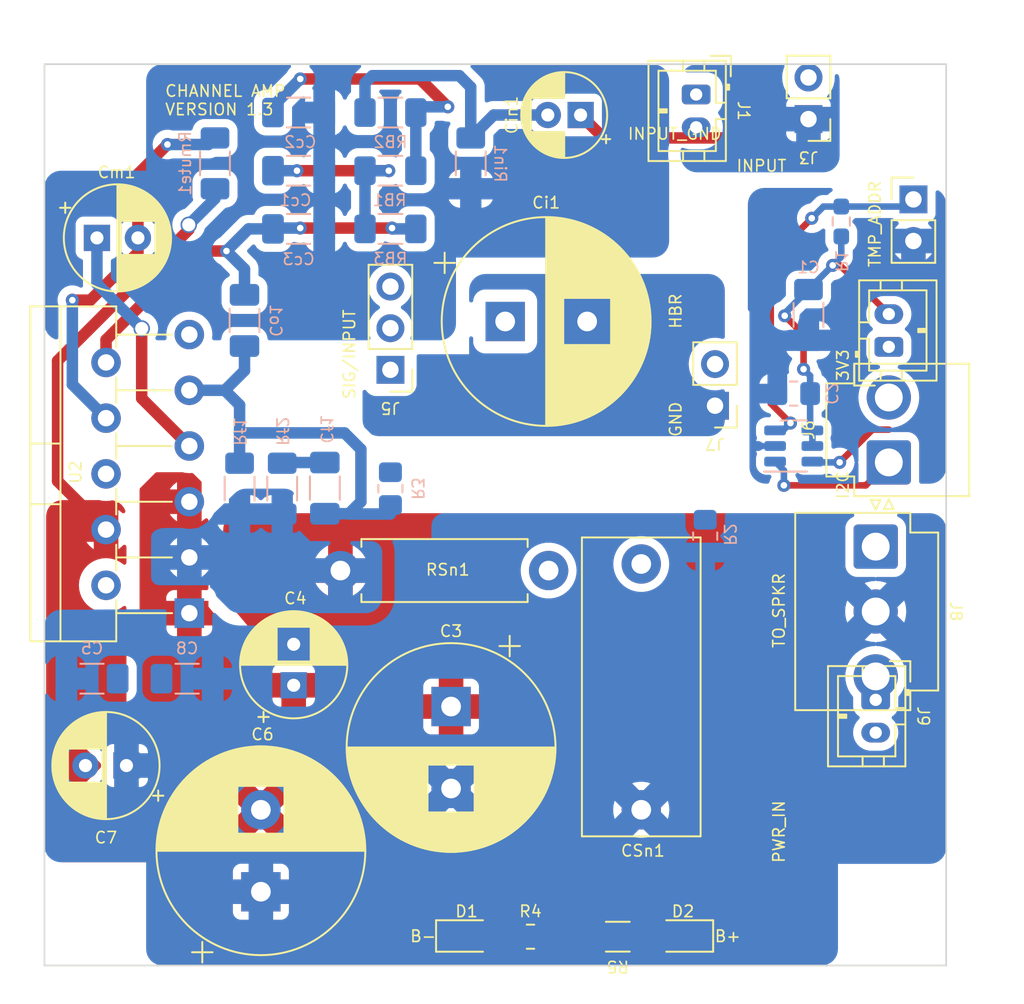
<source format=kicad_pcb>
(kicad_pcb (version 20221018) (generator pcbnew)
  (layers (0 "F.Cu" signal) (31 "B.Cu" signal) (34 "B.Paste" user) (35 "F.Paste" user) (36 "B.SilkS" user "B.Silkscreen") (37 "F.SilkS" user "F.Silkscreen") (38 "B.Mask" user) (39 "F.Mask" user) (44 "Edge.Cuts" user))
  (net 0 "")
  (net 1 "Net-(U2-+)")
  (net 2 "Net-(Cf1-Pad1)")
  (net 3 "CH1-IN")
  (net 4 "Net-(Ci1-Pad1)")
  (net 5 "VP")
  (net 6 "VM")
  (net 7 "CH1-OUT")
  (net 8 "INPUTGND")
  (net 9 "PGND")
  (net 10 "Net-(U2-MUTE)")
  (net 11 "Net-(CSn1-Pad2)")
  (net 12 "Net-(D1-A)")
  (net 13 "Net-(D2-A)")
  (net 14 "Net-(Cin1-Pad2)")
  (net 15 "DGND")
  (net 16 "3V3")
  (net 17 "ADD1")
  (net 18 "SIGGND")
  (net 19 "SCL")
  (net 20 "SDA")
  (net 24 "CH1GND")
  (net 25 "OPAMP_NEG")
  (net 26 "Net-(Cc2-Pad1)")
  (net 27 "Net-(Cc1-Pad1)")
  (net 28 "Net-(J5-Pin_3)")
  (footprint "Resistor_SMD:R_1206_3216Metric_Pad1.30x1.75mm_HandSolder" (layer "F.Cu") (at 111.27 130.695 180)
    (fp_text reference "R5" (at 0 -1.82 180 unlocked) (layer "F.SilkS") (effects (font (size 0.7 0.7) (thickness 0.1))))
    (fp_text value "1.0K")
    (pad "1" smd roundrect (at -1.55 0 180) (size 1.3 1.75) (layers "F.Cu" "F.Paste" "F.Mask") (roundrect_rratio 0.192308) (net 25 "OPAMP_NEG"))
    (pad "2" smd roundrect (at 1.55 0 180) (size 1.3 1.75) (layers "F.Cu" "F.Paste" "F.Mask") (roundrect_rratio 0.192308) (net 4 "Net-(Ci1-Pad1)"))
  )
  (footprint "Capacitor_THT:CP_Radial_D12.5mm_P5.00mm" (layer "F.Cu") (at 101.1 116.65 -90)
    (fp_text reference "C3" (at -4.6 0 unlocked) (layer "F.SilkS") (effects (font (size 0.7 0.7) (thickness 0.1))))
    (fp_text value "1000U 50V")
    (pad "1" thru_hole rect (at 0 0 270) (size 2.4 2.4) (drill 1.2) (layers "*.Cu" "*.Mask") (net 5 "VP"))
    (pad "2" thru_hole circle (at 5 0 270) (size 2.4 2.4) (drill 1.2) (layers "*.Cu" "*.Mask") (net 9 "PGND"))
  )
  (footprint "Capacitor_THT:CP_Radial_D12.5mm_P5.00mm" (layer "F.Cu") (at 104.4 93.15)
    (fp_text reference "Ci1" (at 2.5 -7.25 unlocked) (layer "F.SilkS") (effects (font (size 0.7 0.7) (thickness 0.1))))
    (fp_text value "1000U 35V")
    (pad "1" thru_hole rect (at 0 0) (size 2.4 2.4) (drill 1.2) (layers "*.Cu" "*.Mask") (net 4 "Net-(Ci1-Pad1)"))
    (pad "2" thru_hole circle (at 5 0) (size 2.4 2.4) (drill 1.2) (layers "*.Cu" "*.Mask") (net 18 "SIGGND"))
  )
  (footprint "MountingHole:MountingHole_3mm" (layer "F.Cu") (at 128.8 129.95)
    (fp_text reference "H4" hide)
    (fp_text value "MountingHole")
    (pad "" np_thru_hole circle (at 0 0) (size 3 3) (drill 3) (layers "*.Cu" "*.Mask"))
  )
  (footprint "Capacitor_THT:CP_Radial_D12.5mm_P5.00mm" (layer "F.Cu") (at 89.5 127.95 90)
    (fp_text reference "C6" (at 9.6 0.1 unlocked) (layer "F.SilkS") (effects (font (size 0.7 0.7) (thickness 0.1))))
    (fp_text value "1000U 50V")
    (pad "1" thru_hole rect (at 0 0 90) (size 2.4 2.4) (drill 1.2) (layers "*.Cu" "*.Mask") (net 9 "PGND"))
    (pad "2" thru_hole circle (at 5 0 90) (size 2.4 2.4) (drill 1.2) (layers "*.Cu" "*.Mask") (net 6 "VM"))
  )
  (footprint "Connector_PinHeader_2.54mm:PinHeader_1x02_P2.54mm_Vertical" (layer "F.Cu") (at 122.9 80.8 180)
    (fp_text reference "J3" (at 0 -2.33 180 unlocked) (layer "F.SilkS") (effects (font (size 0.7 0.7) (thickness 0.1))))
    (fp_text value "Conn_01x02_Male")
    (pad "1" thru_hole rect (at 0 0 180) (size 1.7 1.7) (drill 1) (layers "*.Cu" "*.Mask") (net 24 "CH1GND"))
    (pad "2" thru_hole oval (at 0 2.54 180) (size 1.7 1.7) (drill 1) (layers "*.Cu" "*.Mask") (net 8 "INPUTGND"))
  )
  (footprint "Connector_JST:JST_PH_B2B-PH-K_1x02_P2.00mm_Vertical" (layer "F.Cu") (at 127 116.24 -90)
    (fp_text reference "J9" (at 1 -2.9 -90 unlocked) (layer "F.SilkS") (effects (font (size 0.7 0.7) (thickness 0.1))))
    (fp_text value "Conn_01x02_Male")
    (pad "1" thru_hole roundrect (at 0 0 270) (size 1.2 1.75) (drill 0.75) (layers "*.Cu" "*.Mask") (roundrect_rratio 0.208333) (net 24 "CH1GND"))
    (pad "2" thru_hole oval (at 2 0 270) (size 1.2 1.75) (drill 0.75) (layers "*.Cu" "*.Mask") (net 3 "CH1-IN"))
  )
  (footprint "Connector_JST:JST_VH_B2P-VH_1x02_P3.96mm_Vertical" (layer "F.Cu") (at 127.8 101.75 90)
    (fp_text reference "J6" (at 1.98 -4.9 90 unlocked) (layer "F.SilkS") (effects (font (size 0.7 0.7) (thickness 0.1))))
    (fp_text value "Conn_01x02_Male")
    (pad "1" thru_hole roundrect (at 0 0 90) (size 2.7 2.7) (drill 1.7) (layers "*.Cu" "*.Mask") (roundrect_rratio 0.092593) (net 9 "PGND"))
    (pad "2" thru_hole circle (at 3.96 0 90) (size 2.7 2.7) (drill 1.7) (layers "*.Cu" "*.Mask") (net 7 "CH1-OUT"))
  )
  (footprint "Resistor_THT:R_Axial_DIN0411_L9.9mm_D3.6mm_P12.70mm_Horizontal" (layer "F.Cu") (at 107.05 108.35 180)
    (fp_text reference "RSn1" (at 6.15 0.05 unlocked) (layer "F.SilkS") (effects (font (size 0.7 0.7) (thickness 0.1))))
    (fp_text value "4R7")
    (pad "1" thru_hole circle (at 0 0 180) (size 2.4 2.4) (drill 1.2) (layers "*.Cu" "*.Mask") (net 11 "Net-(CSn1-Pad2)"))
    (pad "2" thru_hole oval (at 12.7 0 180) (size 2.4 2.4) (drill 1.2) (layers "*.Cu" "*.Mask") (net 7 "CH1-OUT"))
  )
  (footprint "Connector_JST:JST_PH_B2B-PH-K_1x02_P2.00mm_Vertical" (layer "F.Cu") (at 116.05 79.3 -90)
    (fp_text reference "J1" (at 1 -2.9 -90 unlocked) (layer "F.SilkS") (effects (font (size 0.7 0.7) (thickness 0.1))))
    (fp_text value "Conn_01x02_Male")
    (pad "1" thru_hole roundrect (at 0 0 270) (size 1.2 1.75) (drill 0.75) (layers "*.Cu" "*.Mask") (roundrect_rratio 0.208333) (net 15 "DGND"))
    (pad "2" thru_hole oval (at 2 0 270) (size 1.2 1.75) (drill 0.75) (layers "*.Cu" "*.Mask") (net 16 "3V3"))
  )
  (footprint "MountingHole:MountingHole_3mm" (layer "F.Cu") (at 78.8 79.95)
    (fp_text reference "H1" hide)
    (fp_text value "MountingHole")
    (pad "" np_thru_hole circle (at 0 0) (size 3 3) (drill 3) (layers "*.Cu" "*.Mask"))
  )
  (footprint "Package_TO_SOT_THT:TO-220-11_P3.4x5.08mm_StaggerOdd_Lead4.85mm_Vertical" (layer "F.Cu") (at 85.135 110.95 90)
    (fp_text reference "U2" (at 8.6 -6.935 90 unlocked) (layer "F.SilkS") (effects (font (size 0.7 0.7) (thickness 0.1))))
    (fp_text value "LM3886")
    (pad "1" thru_hole rect (at 0 0 90) (size 1.8 1.8) (drill 1) (layers "*.Cu" "*.Mask") (net 5 "VP"))
    (pad "2" thru_hole oval (at 1.7 -5.08 90) (size 1.8 1.8) (drill 1) (layers "*.Cu" "*.Mask"))
    (pad "3" thru_hole oval (at 3.4 0 90) (size 1.8 1.8) (drill 1) (layers "*.Cu" "*.Mask") (net 7 "CH1-OUT"))
    (pad "4" thru_hole oval (at 5.1 -5.08 90) (size 1.8 1.8) (drill 1) (layers "*.Cu" "*.Mask") (net 6 "VM"))
    (pad "5" thru_hole oval (at 6.8 0 90) (size 1.8 1.8) (drill 1) (layers "*.Cu" "*.Mask") (net 5 "VP"))
    (pad "6" thru_hole oval (at 8.5 -5.08 90) (size 1.8 1.8) (drill 1) (layers "*.Cu" "*.Mask"))
    (pad "7" thru_hole oval (at 10.2 0 90) (size 1.8 1.8) (drill 1) (layers "*.Cu" "*.Mask") (net 9 "PGND"))
    (pad "8" thru_hole oval (at 11.9 -5.08 90) (size 1.8 1.8) (drill 1) (layers "*.Cu" "*.Mask") (net 10 "Net-(U2-MUTE)"))
    (pad "9" thru_hole oval (at 13.6 0 90) (size 1.8 1.8) (drill 1) (layers "*.Cu" "*.Mask") (net 25 "OPAMP_NEG"))
    (pad "10" thru_hole oval (at 15.3 -5.08 90) (size 1.8 1.8) (drill 1) (layers "*.Cu" "*.Mask") (net 1 "Net-(U2-+)"))
    (pad "11" thru_hole oval (at 17 0 90) (size 1.8 1.8) (drill 1) (layers "*.Cu" "*.Mask"))
  )
  (footprint "Capacitor_THT:CP_Radial_D5.0mm_P2.00mm" (layer "F.Cu") (at 109 80.55 180)
    (fp_text reference "Cin1" (at 4.2 0 90 unlocked) (layer "F.SilkS") (effects (font (size 0.7 0.7) (thickness 0.1))))
    (fp_text value "10UF")
    (pad "1" thru_hole rect (at 0 0 180) (size 1.6 1.6) (drill 0.8) (layers "*.Cu" "*.Mask") (net 3 "CH1-IN"))
    (pad "2" thru_hole circle (at 2 0 180) (size 1.6 1.6) (drill 0.8) (layers "*.Cu" "*.Mask") (net 14 "Net-(Cin1-Pad2)"))
  )
  (footprint "Connector_PinHeader_2.54mm:PinHeader_1x02_P2.54mm_Vertical" (layer "F.Cu") (at 117.2 98.29 180)
    (fp_text reference "J7" (at 0 -2.33 180 unlocked) (layer "F.SilkS") (effects (font (size 0.7 0.7) (thickness 0.1))))
    (fp_text value "Conn_01x02_Male")
    (pad "1" thru_hole rect (at 0 0 180) (size 1.7 1.7) (drill 1) (layers "*.Cu" "*.Mask") (net 18 "SIGGND"))
    (pad "2" thru_hole oval (at 0 2.54 180) (size 1.7 1.7) (drill 1) (layers "*.Cu" "*.Mask") (net 8 "INPUTGND"))
  )
  (footprint "Capacitor_THT:C_Rect_L18.0mm_W7.0mm_P15.00mm_FKS3_FKP3" (layer "F.Cu") (at 112.7 122.95 90)
    (fp_text reference "CSn1" (at -2.5 0.1 unlocked) (layer "F.SilkS") (effects (font (size 0.7 0.7) (thickness 0.1))))
    (fp_text value " 220N PP 100V")
    (pad "1" thru_hole circle (at 0 0 90) (size 2.4 2.4) (drill 1.2) (layers "*.Cu" "*.Mask") (net 9 "PGND"))
    (pad "2" thru_hole circle (at 15 0 90) (size 2.4 2.4) (drill 1.2) (layers "*.Cu" "*.Mask") (net 11 "Net-(CSn1-Pad2)"))
  )
  (footprint "Resistor_SMD:R_0805_2012Metric_Pad1.20x1.40mm_HandSolder" (layer "F.Cu") (at 105.945 130.695)
    (fp_text reference "R4" (at 0 -1.545 unlocked) (layer "F.SilkS") (effects (font (size 0.7 0.7) (thickness 0.1))))
    (fp_text value "9.1K")
    (pad "1" smd roundrect (at -1 0) (size 1.2 1.4) (layers "F.Cu" "F.Paste" "F.Mask") (roundrect_rratio 0.2083333333) (net 13 "Net-(D2-A)"))
    (pad "2" smd roundrect (at 1 0) (size 1.2 1.4) (layers "F.Cu" "F.Paste" "F.Mask") (roundrect_rratio 0.2083333333) (net 5 "VP"))
  )
  (footprint "Connector_JST:JST_PH_B2B-PH-K_1x02_P2.00mm_Vertical" (layer "F.Cu") (at 127.8 94.7 90)
    (fp_text reference "J4" hide)
    (fp_text value "Conn_01x02_Male")
    (pad "1" thru_hole roundrect (at 0 0 90) (size 1.2 1.75) (drill 0.75) (layers "*.Cu" "*.Mask") (roundrect_rratio 0.2083333333) (net 19 "SCL"))
    (pad "2" thru_hole oval (at 2 0 90) (size 1.2 1.75) (drill 0.75) (layers "*.Cu" "*.Mask") (net 20 "SDA"))
  )
  (footprint "MountingHole:MountingHole_3mm" (layer "F.Cu") (at 128.8 79.95)
    (fp_text reference "H2" hide)
    (fp_text value "MountingHole")
    (pad "" np_thru_hole circle (at 0 0) (size 3 3) (drill 3) (layers "*.Cu" "*.Mask"))
  )
  (footprint "Connector_JST:JST_VH_B3P-VH-B_1x03_P3.96mm_Vertical" (layer "F.Cu") (at 127 106.89 -90)
    (fp_text reference "J8" (at 3.96 -4.9 -90 unlocked) (layer "F.SilkS") (effects (font (size 0.7 0.7) (thickness 0.1))))
    (fp_text value "Conn_01x03_Male")
    (pad "1" thru_hole roundrect (at 0 0 270) (size 2.7 2.7) (drill 1.7) (layers "*.Cu" "*.Mask") (roundrect_rratio 0.092593) (net 5 "VP"))
    (pad "2" thru_hole circle (at 3.96 0 270) (size 2.7 2.7) (drill 1.7) (layers "*.Cu" "*.Mask") (net 9 "PGND"))
    (pad "3" thru_hole circle (at 7.92 0 270) (size 2.7 2.7) (drill 1.7) (layers "*.Cu" "*.Mask") (net 6 "VM"))
  )
  (footprint "LED_SMD:LED_0805_2012Metric_Pad1.15x1.40mm_HandSolder" (layer "F.Cu") (at 115.225 130.65 180)
    (fp_text reference "D2" (at -0.02 1.5 unlocked) (layer "F.SilkS") (effects (font (size 0.7 0.7) (thickness 0.1))))
    (fp_text value "BLUE")
    (pad "1" smd roundrect (at -1.025 0 180) (size 1.15 1.4) (layers "F.Cu" "F.Paste" "F.Mask") (roundrect_rratio 0.2173913043) (net 9 "PGND"))
    (pad "2" smd roundrect (at 1.025 0 180) (size 1.15 1.4) (layers "F.Cu" "F.Paste" "F.Mask") (roundrect_rratio 0.2173913043) (net 13 "Net-(D2-A)"))
  )
  (footprint "Connector_PinHeader_2.54mm:PinHeader_1x02_P2.54mm_Vertical" (layer "F.Cu") (at 129.3 85.7)
    (fp_text reference "J2" hide)
    (fp_text value "Conn_01x02_Male")
    (pad "1" thru_hole rect (at 0 0) (size 1.7 1.7) (drill 1) (layers "*.Cu" "*.Mask") (net 17 "ADD1"))
    (pad "2" thru_hole oval (at 0 2.54) (size 1.7 1.7) (drill 1) (layers "*.Cu" "*.Mask") (net 15 "DGND"))
  )
  (footprint "Capacitor_THT:CP_Radial_D6.3mm_P2.50mm" (layer "F.Cu") (at 79.5 88.05)
    (fp_text reference "Cm1" (at 1.2 -4 unlocked) (layer "F.SilkS") (effects (font (size 0.7 0.7) (thickness 0.1))))
    (fp_text value "47U 50V")
    (pad "1" thru_hole rect (at 0 0) (size 1.6 1.6) (drill 0.8) (layers "*.Cu" "*.Mask") (net 9 "PGND"))
    (pad "2" thru_hole circle (at 2.5 0) (size 1.6 1.6) (drill 0.8) (layers "*.Cu" "*.Mask") (net 10 "Net-(U2-MUTE)"))
  )
  (footprint "Capacitor_THT:CP_Radial_D6.3mm_P2.50mm" (layer "F.Cu") (at 91.5 115.35 90)
    (fp_text reference "C4" (at 5.3 0.1 unlocked) (layer "F.SilkS") (effects (font (size 0.7 0.7) (thickness 0.1))))
    (fp_text value "22U 50V")
    (pad "1" thru_hole rect (at 0 0 90) (size 1.6 1.6) (drill 0.8) (layers "*.Cu" "*.Mask") (net 5 "VP"))
    (pad "2" thru_hole circle (at 2.5 0 90) (size 1.6 1.6) (drill 0.8) (layers "*.Cu" "*.Mask") (net 9 "PGND"))
  )
  (footprint "MountingHole:MountingHole_3mm" (layer "F.Cu") (at 78.8 129.95)
    (fp_text reference "H3" hide)
    (fp_text value "MountingHole")
    (pad "" np_thru_hole circle (at 0 0) (size 3 3) (drill 3) (layers "*.Cu" "*.Mask"))
  )
  (footprint "Connector_PinHeader_2.54mm:PinHeader_1x03_P2.54mm_Vertical" (layer "F.Cu") (at 97.4 96.1 180)
    (fp_text reference "J5" (at 0 -2.33 180 unlocked) (layer "F.SilkS") (effects (font (size 0.7 0.7) (thickness 0.1))))
    (fp_text value "Conn_01x03_Male")
    (pad "1" thru_hole rect (at 0 0 180) (size 1.7 1.7) (drill 1) (layers "*.Cu" "*.Mask") (net 9 "PGND"))
    (pad "2" thru_hole oval (at 0 2.54 180) (size 1.7 1.7) (drill 1) (layers "*.Cu" "*.Mask") (net 18 "SIGGND"))
    (pad "3" thru_hole oval (at 0 5.08 180) (size 1.7 1.7) (drill 1) (layers "*.Cu" "*.Mask") (net 28 "Net-(J5-Pin_3)"))
  )
  (footprint "LED_SMD:LED_0805_2012Metric_Pad1.15x1.40mm_HandSolder" (layer "F.Cu") (at 102.045 130.65)
    (fp_text reference "D1" (at 0 -1.5 unlocked) (layer "F.SilkS") (effects (font (size 0.7 0.7) (thickness 0.1))))
    (fp_text value "YELLOW")
    (pad "1" smd roundrect (at -1.025 0) (size 1.15 1.4) (layers "F.Cu" "F.Paste" "F.Mask") (roundrect_rratio 0.2173913043) (net 6 "VM"))
    (pad "2" smd roundrect (at 1.025 0) (size 1.15 1.4) (layers "F.Cu" "F.Paste" "F.Mask") (roundrect_rratio 0.2173913043) (net 12 "Net-(D1-A)"))
  )
  (footprint "Capacitor_THT:CP_Radial_D6.3mm_P2.50mm" (layer "F.Cu") (at 81.3 120.25 180)
    (fp_text reference "C7" (at 1.25 -4.4 unlocked) (layer "F.SilkS") (effects (font (size 0.7 0.7) (thickness 0.1))))
    (fp_text value "22U 50V")
    (pad "1" thru_hole rect (at 0 0 180) (size 1.6 1.6) (drill 0.8) (layers "*.Cu" "*.Mask") (net 9 "PGND"))
    (pad "2" thru_hole circle (at 2.5 0 180) (size 1.6 1.6) (drill 0.8) (layers "*.Cu" "*.Mask") (net 6 "VM"))
  )
  (footprint "Resistor_SMD:R_0805_2012Metric_Pad1.20x1.40mm_HandSolder" (layer "B.Cu") (at 97.4 103.35 90)
    (fp_text reference "R3" (at 0 1.65 270 unlocked) (layer "B.SilkS") (effects (font (size 0.7 0.7) (thickness 0.1)) (justify mirror)))
    (fp_text value "9.1K")
    (pad "1" smd roundrect (at -1 0 90) (size 1.2 1.4) (layers "B.Cu" "B.Paste" "B.Mask") (roundrect_rratio 0.208333) (net 12 "Net-(D1-A)"))
    (pad "2" smd roundrect (at 1 0 90) (size 1.2 1.4) (layers "B.Cu" "B.Paste" "B.Mask") (roundrect_rratio 0.208333) (net 9 "PGND"))
  )
  (footprint "Capacitor_SMD:C_1206_3216Metric_Pad1.33x1.80mm_HandSolder" (layer "B.Cu") (at 85 114.95 180)
    (fp_text reference "C8" (at 0 1.85 unlocked) (layer "B.SilkS") (effects (font (size 0.7 0.7) (thickness 0.1)) (justify mirror)))
    (fp_text value "4.7U X7R 50V")
    (pad "1" smd roundrect (at -1.5625 0 180) (size 1.325 1.8) (layers "B.Cu" "B.Paste" "B.Mask") (roundrect_rratio 0.188679) (net 9 "PGND"))
    (pad "2" smd roundrect (at 1.5625 0 180) (size 1.325 1.8) (layers "B.Cu" "B.Paste" "B.Mask") (roundrect_rratio 0.188679) (net 6 "VM"))
  )
  (footprint "Resistor_SMD:R_0805_2012Metric_Pad1.20x1.40mm_HandSolder" (layer "B.Cu") (at 116.6 106.25 -90)
    (fp_text reference "R2" (at -0.1 -1.5 -90 unlocked) (layer "B.SilkS") (effects (font (size 0.7 0.7) (thickness 0.1)) (justify mirror)))
    (fp_text value "15R")
    (pad "1" smd roundrect (at -1 0 270) (size 1.2 1.4) (layers "B.Cu" "B.Paste" "B.Mask") (roundrect_rratio 0.2083333333) (net 28 "Net-(J5-Pin_3)"))
    (pad "2" smd roundrect (at 1 0 270) (size 1.2 1.4) (layers "B.Cu" "B.Paste" "B.Mask") (roundrect_rratio 0.2083333333) (net 9 "PGND"))
  )
  (footprint "Capacitor_SMD:C_1206_3216Metric_Pad1.33x1.80mm_HandSolder" (layer "B.Cu") (at 91.8 83.95)
    (fp_text reference "Cc1" (at -0.2 1.8 unlocked) (layer "B.SilkS") (effects (font (size 0.7 0.7) (thickness 0.1)) (justify mirror)))
    (fp_text value "680P")
    (pad "1" smd roundrect (at -1.5625 0) (size 1.325 1.8) (layers "B.Cu" "B.Paste" "B.Mask") (roundrect_rratio 0.188679) (net 27 "Net-(Cc1-Pad1)"))
    (pad "2" smd roundrect (at 1.5625 0) (size 1.325 1.8) (layers "B.Cu" "B.Paste" "B.Mask") (roundrect_rratio 0.188679) (net 8 "INPUTGND"))
  )
  (footprint "Capacitor_SMD:C_1206_3216Metric_Pad1.33x1.80mm_HandSolder" (layer "B.Cu") (at 91.8 87.5)
    (fp_text reference "Cc3" (at 0 1.85 unlocked) (layer "B.SilkS") (effects (font (size 0.7 0.7) (thickness 0.1)) (justify mirror)))
    (fp_text value "680P")
    (pad "1" smd roundrect (at -1.5625 0) (size 1.325 1.8) (layers "B.Cu" "B.Paste" "B.Mask") (roundrect_rratio 0.188679) (net 1 "Net-(U2-+)"))
    (pad "2" smd roundrect (at 1.5625 0) (size 1.325 1.8) (layers "B.Cu" "B.Paste" "B.Mask") (roundrect_rratio 0.188679) (net 8 "INPUTGND"))
  )
  (footprint "Package_TO_SOT_SMD:SOT-23-6" (layer "B.Cu") (at 122 100.75)
    (fp_text reference "U1" hide)
    (fp_text value "TMP100")
    (pad "1" smd roundrect (at -1.1375 0.95) (size 1.325 0.6) (layers "B.Cu" "B.Paste" "B.Mask") (net 19 "SCL"))
    (pad "2" smd roundrect (at -1.1375 0) (size 1.325 0.6) (layers "B.Cu" "B.Paste" "B.Mask") (net 15 "DGND"))
    (pad "3" smd roundrect (at -1.1375 -0.95) (size 1.325 0.6) (layers "B.Cu" "B.Paste" "B.Mask") (net 17 "ADD1"))
    (pad "4" smd roundrect (at 1.1375 -0.95) (size 1.325 0.6) (layers "B.Cu" "B.Paste" "B.Mask") (net 16 "3V3"))
    (pad "5" smd roundrect (at 1.1375 0) (size 1.325 0.6) (layers "B.Cu" "B.Paste" "B.Mask") (net 16 "3V3"))
    (pad "6" smd roundrect (at 1.1375 0.95) (size 1.325 0.6) (layers "B.Cu" "B.Paste" "B.Mask") (net 20 "SDA"))
  )
  (footprint "Resistor_SMD:R_1206_3216Metric_Pad1.30x1.75mm_HandSolder" (layer "B.Cu") (at 97.4 83.95 180)
    (fp_text reference "RB1" (at 0.05 -1.8 unlocked) (layer "B.SilkS") (effects (font (size 0.7 0.7) (thickness 0.1)) (justify mirror)))
    (fp_text value "1.2K")
    (pad "1" smd roundrect (at -1.55 0 180) (size 1.3 1.75) (layers "B.Cu" "B.Paste" "B.Mask") (roundrect_rratio 0.192308) (net 14 "Net-(Cin1-Pad2)"))
    (pad "2" smd roundrect (at 1.55 0 180) (size 1.3 1.75) (layers "B.Cu" "B.Paste" "B.Mask") (roundrect_rratio 0.192308) (net 27 "Net-(Cc1-Pad1)"))
  )
  (footprint "Capacitor_SMD:C_1206_3216Metric_Pad1.33x1.80mm_HandSolder" (layer "B.Cu") (at 88.5 93.0875 -90)
    (fp_text reference "Co1" (at 0 -1.9 -90 unlocked) (layer "B.SilkS") (effects (font (size 0.7 0.7) (thickness 0.1)) (justify mirror)))
    (fp_text value "220O")
    (pad "1" smd roundrect (at -1.5625 0 270) (size 1.325 1.8) (layers "B.Cu" "B.Paste" "B.Mask") (roundrect_rratio 0.188679) (net 1 "Net-(U2-+)"))
    (pad "2" smd roundrect (at 1.5625 0 270) (size 1.325 1.8) (layers "B.Cu" "B.Paste" "B.Mask") (roundrect_rratio 0.188679) (net 25 "OPAMP_NEG"))
  )
  (footprint "Capacitor_SMD:C_1206_3216Metric_Pad1.33x1.80mm_HandSolder" (layer "B.Cu") (at 91.8 80.4)
    (fp_text reference "Cc2" (at 0.1 1.8 unlocked) (layer "B.SilkS") (effects (font (size 0.7 0.7) (thickness 0.1)) (justify mirror)))
    (fp_text value "680P")
    (pad "1" smd roundrect (at -1.5625 0) (size 1.325 1.8) (layers "B.Cu" "B.Paste" "B.Mask") (roundrect_rratio 0.188679) (net 26 "Net-(Cc2-Pad1)"))
    (pad "2" smd roundrect (at 1.5625 0) (size 1.325 1.8) (layers "B.Cu" "B.Paste" "B.Mask") (roundrect_rratio 0.188679) (net 8 "INPUTGND"))
  )
  (footprint "Capacitor_SMD:C_1206_3216Metric_Pad1.33x1.80mm_HandSolder" (layer "B.Cu") (at 79.2 114.95 180)
    (fp_text reference "C5" (at 0 1.85 unlocked) (layer "B.SilkS") (effects (font (size 0.7 0.7) (thickness 0.1)) (justify mirror)))
    (fp_text value "4.7U X7R 50V")
    (pad "1" smd roundrect (at -1.5625 0 180) (size 1.325 1.8) (layers "B.Cu" "B.Paste" "B.Mask") (roundrect_rratio 0.188679) (net 5 "VP"))
    (pad "2" smd roundrect (at 1.5625 0 180) (size 1.325 1.8) (layers "B.Cu" "B.Paste" "B.Mask") (roundrect_rratio 0.188679) (net 9 "PGND"))
  )
  (footprint "Resistor_SMD:R_1206_3216Metric_Pad1.30x1.75mm_HandSolder" (layer "B.Cu") (at 122.9 92.75 90)
    (fp_text reference "C1" (at 2.9 0 unlocked) (layer "B.SilkS") (effects (font (size 0.7 0.7) (thickness 0.1)) (justify mirror)))
    (fp_text value "10U")
    (pad "1" smd roundrect (at -1.55 0 90) (size 1.3 1.75) (layers "B.Cu" "B.Paste" "B.Mask") (roundrect_rratio 0.1923076923) (net 15 "DGND"))
    (pad "2" smd roundrect (at 1.55 0 90) (size 1.3 1.75) (layers "B.Cu" "B.Paste" "B.Mask") (roundrect_rratio 0.1923076923) (net 16 "3V3"))
  )
  (footprint "Resistor_SMD:R_0603_1608Metric_Pad0.98x0.95mm_HandSolder" (layer "B.Cu") (at 124.9 87.05 90)
    (fp_text reference "R1" (at -2.4 0 270 unlocked) (layer "B.SilkS") (effects (font (size 0.7 0.7) (thickness 0.1)) (justify mirror)))
    (fp_text value "4.7K")
    (pad "1" smd roundrect (at -0.9125 0 90) (size 0.975 0.95) (layers "B.Cu" "B.Paste" "B.Mask") (net 16 "3V3"))
    (pad "2" smd roundrect (at 0.9125 0 90) (size 0.975 0.95) (layers "B.Cu" "B.Paste" "B.Mask") (net 17 "ADD1"))
  )
  (footprint "Resistor_SMD:R_1206_3216Metric_Pad1.30x1.75mm_HandSolder" (layer "B.Cu") (at 86.7 83.5 -90)
    (fp_text reference "Rmute1" (at 0 1.82 90 unlocked) (layer "B.SilkS") (effects (font (size 0.7 0.7) (thickness 0.1)) (justify mirror)))
    (fp_text value "38.6K")
    (pad "1" smd roundrect (at -1.55 0 270) (size 1.3 1.75) (layers "B.Cu" "B.Paste" "B.Mask") (roundrect_rratio 0.192308) (net 10 "Net-(U2-MUTE)"))
    (pad "2" smd roundrect (at 1.55 0 270) (size 1.3 1.75) (layers "B.Cu" "B.Paste" "B.Mask") (roundrect_rratio 0.192308) (net 6 "VM"))
  )
  (footprint "Resistor_SMD:R_1206_3216Metric_Pad1.30x1.75mm_HandSolder" (layer "B.Cu") (at 97.4 87.5)
    (fp_text reference "RB3" (at 0 1.82 unlocked) (layer "B.SilkS") (effects (font (size 0.7 0.7) (thickness 0.1)) (justify mirror)))
    (fp_text value "1.2K")
    (pad "1" smd roundrect (at -1.55 0) (size 1.3 1.75) (layers "B.Cu" "B.Paste" "B.Mask") (roundrect_rratio 0.192308) (net 26 "Net-(Cc2-Pad1)"))
    (pad "2" smd roundrect (at 1.55 0) (size 1.3 1.75) (layers "B.Cu" "B.Paste" "B.Mask") (roundrect_rratio 0.192308) (net 1 "Net-(U2-+)"))
  )
  (footprint "Resistor_SMD:R_1206_3216Metric_Pad1.30x1.75mm_HandSolder" (layer "B.Cu") (at 102.3 83.5 90)
    (fp_text reference "Rin1" (at 0 1.8 270 unlocked) (layer "B.SilkS") (effects (font (size 0.7 0.7) (thickness 0.1)) (justify mirror)))
    (fp_text value "20K")
    (pad "1" smd roundrect (at -1.55 0 90) (size 1.3 1.75) (layers "B.Cu" "B.Paste" "B.Mask") (roundrect_rratio 0.192308) (net 8 "INPUTGND"))
    (pad "2" smd roundrect (at 1.55 0 90) (size 1.3 1.75) (layers "B.Cu" "B.Paste" "B.Mask") (roundrect_rratio 0.192308) (net 14 "Net-(Cin1-Pad2)"))
  )
  (footprint "Resistor_SMD:R_0805_2012Metric_Pad1.20x1.40mm_HandSolder" (layer "B.Cu") (at 122 97.55)
    (fp_text reference "C2" (at 2.3 0 270 unlocked) (layer "B.SilkS") (effects (font (size 0.7 0.7) (thickness 0.1)) (justify mirror)))
    (fp_text value "100N")
    (pad "1" smd roundrect (at -1 0) (size 1.2 1.4) (layers "B.Cu" "B.Paste" "B.Mask") (roundrect_rratio 0.2083333333) (net 15 "DGND"))
    (pad "2" smd roundrect (at 1 0) (size 1.2 1.4) (layers "B.Cu" "B.Paste" "B.Mask") (roundrect_rratio 0.2083333333) (net 16 "3V3"))
  )
  (footprint "Capacitor_SMD:C_1206_3216Metric_Pad1.33x1.80mm_HandSolder" (layer "B.Cu") (at 93.4 103.32 -90)
    (fp_text reference "Cf1" (at -3.6 -0.1 -90 unlocked) (layer "B.SilkS") (effects (font (size 0.7 0.7) (thickness 0.1)) (justify mirror)))
    (fp_text value "47P")
    (pad "1" smd roundrect (at -1.5625 0 270) (size 1.325 1.8) (layers "B.Cu" "B.Paste" "B.Mask") (roundrect_rratio 0.188679) (net 2 "Net-(Cf1-Pad1)"))
    (pad "2" smd roundrect (at 1.5625 0 270) (size 1.325 1.8) (layers "B.Cu" "B.Paste" "B.Mask") (roundrect_rratio 0.188679) (net 25 "OPAMP_NEG"))
  )
  (footprint "Resistor_SMD:R_1206_3216Metric_Pad1.30x1.75mm_HandSolder" (layer "B.Cu") (at 90.8 103.35 90)
    (fp_text reference "Rf2" (at 3.5 0 270 unlocked) (layer "B.SilkS") (effects (font (size 0.7 0.7) (thickness 0.1)) (justify mirror)))
    (fp_text value "20K")
    (pad "1" smd roundrect (at -1.55 0 90) (size 1.3 1.75) (layers "B.Cu" "B.Paste" "B.Mask") (roundrect_rratio 0.192308) (net 7 "CH1-OUT"))
    (pad "2" smd roundrect (at 1.55 0 90) (size 1.3 1.75) (layers "B.Cu" "B.Paste" "B.Mask") (roundrect_rratio 0.192308) (net 2 "Net-(Cf1-Pad1)"))
  )
  (footprint "Resistor_SMD:R_1206_3216Metric_Pad1.30x1.75mm_HandSolder" (layer "B.Cu") (at 97.4 80.4)
    (fp_text reference "RB2" (at 0 1.8 unlocked) (layer "B.SilkS") (effects (font (size 0.7 0.7) (thickness 0.1)) (justify mirror)))
    (fp_text value "1.2K")
    (pad "1" smd roundrect (at -1.55 0) (size 1.3 1.75) (layers "B.Cu" "B.Paste" "B.Mask") (roundrect_rratio 0.192308) (net 27 "Net-(Cc1-Pad1)"))
    (pad "2" smd roundrect (at 1.55 0) (size 1.3 1.75) (layers "B.Cu" "B.Paste" "B.Mask") (roundrect_rratio 0.192308) (net 26 "Net-(Cc2-Pad1)"))
  )
  (footprint "Resistor_SMD:R_1206_3216Metric_Pad1.30x1.75mm_HandSolder" (layer "B.Cu") (at 88.2 103.35 90)
    (fp_text reference "Rf1" (at 3.5 0 270 unlocked) (layer "B.SilkS") (effects (font (size 0.7 0.7) (thickness 0.1)) (justify mirror)))
    (fp_text value "20K")
    (pad "1" smd roundrect (at -1.55 0 90) (size 1.3 1.75) (layers "B.Cu" "B.Paste" "B.Mask") (roundrect_rratio 0.192308) (net 7 "CH1-OUT"))
    (pad "2" smd roundrect (at 1.55 0 90) (size 1.3 1.75) (layers "B.Cu" "B.Paste" "B.Mask") (roundrect_rratio 0.192308) (net 25 "OPAMP_NEG"))
  )
  (gr_line (start 131.3 77.45) (end 131.3 132.45) (stroke (width 0.1)) (layer "Edge.Cuts"))
  (gr_line (start 76.3 77.45) (end 76.3 132.45) (stroke (width 0.1)) (layer "Edge.Cuts"))
  (gr_line (start 76.3 77.45) (end 131.3 77.45) (stroke (width 0.1)) (layer "Edge.Cuts"))
  (gr_line (start 76.3 132.45) (end 131.3 132.45) (stroke (width 0.1)) (layer "Edge.Cuts"))
  (gr_text "GND" (at 114.8 100.25 90) (layer "F.SilkS") (effects (font (size 0.7 0.7) (thickness 0.1)) (justify left)))
  (gr_text "3V3" (at 125 96.85 90) (layer "F.SilkS") (effects (font (size 0.7 0.7) (thickness 0.1)) (justify left)))
  (gr_text "INPUT_GND" (at 111.825 81.7) (layer "F.SilkS") (effects (font (size 0.7 0.7) (thickness 0.1)) (justify left)))
  (gr_text "HBR\n" (at 114.8 93.65 90) (layer "F.SilkS") (effects (font (size 0.7 0.7) (thickness 0.1)) (justify left)))
  (gr_text "TO_SPKR" (at 121.1 113.136801 90) (layer "F.SilkS") (effects (font (size 0.7 0.7) (thickness 0.1)) (justify left)))
  (gr_text "B+" (at 117.125 130.665) (layer "F.SilkS") (effects (font (size 0.7 0.7) (thickness 0.1)) (justify left)))
  (gr_text "I2C" (at 125 104.05 90) (layer "F.SilkS") (effects (font (size 0.7 0.7) (thickness 0.1)) (justify left)))
  (gr_text "PWR_IN\n" (at 121.1 126.25 90) (layer "F.SilkS") (effects (font (size 0.7 0.7) (thickness 0.1)) (justify left)))
  (gr_text "SIG/INPUT\n" (at 94.9 97.95 90) (layer "F.SilkS") (effects (font (size 0.7 0.7) (thickness 0.1)) (justify left)))
  (gr_text "CHANNEL AMP\nVERSION 1.3" (at 83.6 79.65) (layer "F.SilkS") (effects (font (size 0.7 0.7) (thickness 0.1)) (justify left)))
  (gr_text "TMP_ADDR\n" (at 126.95 89.9 90) (layer "F.SilkS") (effects (font (size 0.7 0.7) (thickness 0.1)) (justify left)))
  (gr_text "B-" (at 98.545 130.665) (layer "F.SilkS") (effects (font (size 0.7 0.7) (thickness 0.1)) (justify left)))
  (gr_text "INPUT" (at 118.45 83.65) (layer "F.SilkS") (effects (font (size 0.7 0.7) (thickness 0.1)) (justify left)))
  (segment (start 97.5 87.45) (end 91.9 87.45) (width 0.7) (layer "F.Cu") (net 1))
  (segment (start 85.472792 88.85) (end 80.055 94.267792) (width 0.7) (layer "F.Cu") (net 1))
  (segment (start 80.055 94.267792) (end 80.055 95.65) (width 0.7) (layer "F.Cu") (net 1))
  (segment (start 87.4 88.85) (end 85.472792 88.85) (width 0.7) (layer "F.Cu") (net 1))
  (via (at 97.5 87.45) (size 0.8) (drill 0.4) (layers "F.Cu" "B.Cu") (net 1))
  (via (at 87.4 88.85) (size 0.8) (drill 0.4) (layers "F.Cu" "B.Cu") (net 1))
  (via (at 91.9 87.45) (size 0.8) (drill 0.4) (layers "F.Cu" "B.Cu") (net 1))
  (segment (start 98.95 87.5) (end 97.55 87.5) (width 0.7) (layer "B.Cu") (net 1))
  (segment (start 88.5 91.525) (end 88.5 89.95) (width 0.7) (layer "B.Cu") (net 1))
  (segment (start 91.9 87.45) (end 90.2875 87.45) (width 0.7) (layer "B.Cu") (net 1))
  (segment (start 90.2875 87.45) (end 90.2375 87.5) (width 0.7) (layer "B.Cu") (net 1))
  (segment (start 90.2375 87.5) (end 88.75 87.5) (width 0.7) (layer "B.Cu") (net 1))
  (segment (start 88.75 87.5) (end 87.4 88.85) (width 0.7) (layer "B.Cu") (net 1))
  (segment (start 97.55 87.5) (end 97.5 87.45) (width 0.7) (layer "B.Cu") (net 1))
  (segment (start 88.5 89.95) (end 87.4 88.85) (width 0.7) (layer "B.Cu") (net 1))
  (segment (start 93.4 101.7575) (end 90.8425 101.7575) (width 0.7) (layer "B.Cu") (net 2))
  (segment (start 90.8425 101.7575) (end 90.8 101.8) (width 0.7) (layer "B.Cu") (net 2))
  (segment (start 110.4 81.95) (end 109 80.55) (width 0.7) (layer "F.Cu") (net 3))
  (segment (start 120.9 80.8) (end 119.75 81.95) (width 0.7) (layer "F.Cu") (net 3))
  (segment (start 119.75 81.95) (end 110.4 81.95) (width 0.7) (layer "F.Cu") (net 3))
  (segment (start 77.1 102.895) (end 80.055 105.85) (width 0.7) (layer "F.Cu") (net 6))
  (segment (start 85.1 87.25) (end 85.1 87.55) (width 0.7) (layer "F.Cu") (net 6))
  (segment (start 85.1 87.55) (end 77.1 95.55) (width 0.7) (layer "F.Cu") (net 6))
  (segment (start 77.1 95.55) (end 77.1 102.895) (width 0.7) (layer "F.Cu") (net 6))
  (via (at 85.1 87.25) (size 1) (drill 0.8) (layers "F.Cu" "B.Cu") (net 6))
  (segment (start 86.7 85.05) (end 86.7 85.65) (width 0.7) (layer "B.Cu") (net 6))
  (segment (start 86.7 85.65) (end 85.1 87.25) (width 0.7) (layer "B.Cu") (net 6))
  (segment (start 85.135 100.75) (end 82.228859 97.843859) (width 0.7) (layer "F.Cu") (net 9))
  (segment (start 82.228859 97.843859) (end 82.228859 93.578859) (width 0.7) (layer "F.Cu") (net 9))
  (via (at 82.228859 93.578859) (size 1) (drill 0.8) (layers "F.Cu" "B.Cu") (net 9))
  (segment (start 79.5 88.05) (end 79.5 90.85) (width 0.7) (layer "B.Cu") (net 9))
  (segment (start 79.5 90.85) (end 82.228859 93.578859) (width 0.7) (layer "B.Cu") (net 9))
  (segment (start 79.1 91.85) (end 82 88.95) (width 0.7) (layer "F.Cu") (net 10))
  (segment (start 82 88.95) (end 82 88.05) (width 0.7) (layer "F.Cu") (net 10))
  (segment (start 82 84.15) (end 83.8 82.35) (width 0.7) (layer "F.Cu") (net 10))
  (segment (start 82 88.05) (end 82 84.15) (width 0.7) (layer "F.Cu") (net 10))
  (segment (start 78 91.85) (end 79.1 91.85) (width 0.7) (layer "F.Cu") (net 10))
  (via (at 83.8 82.35) (size 0.8) (drill 0.4) (layers "F.Cu" "B.Cu") (net 10))
  (via (at 78 91.85) (size 0.8) (drill 0.4) (layers "F.Cu" "B.Cu") (net 10))
  (segment (start 86.3 82.35) (end 86.7 81.95) (width 0.7) (layer "B.Cu") (net 10))
  (segment (start 83.8 82.35) (end 86.3 82.35) (width 0.7) (layer "B.Cu") (net 10))
  (segment (start 78 96.995) (end 78 91.85) (width 0.7) (layer "B.Cu") (net 10))
  (segment (start 80.055 99.05) (end 78 96.995) (width 0.7) (layer "B.Cu") (net 10))
  (segment (start 107 80.55) (end 103.7 80.55) (width 0.7) (layer "B.Cu") (net 14))
  (segment (start 95.85 78.6) (end 95.85 80.4) (width 0.7) (layer "B.Cu") (net 14))
  (segment (start 103.7 80.55) (end 102.3 81.95) (width 0.7) (layer "B.Cu") (net 14))
  (segment (start 96.3 78.15) (end 95.85 78.6) (width 0.7) (layer "B.Cu") (net 14))
  (segment (start 102.3 78.85) (end 101.6 78.15) (width 0.7) (layer "B.Cu") (net 14))
  (segment (start 101.6 78.15) (end 96.3 78.15) (width 0.7) (layer "B.Cu") (net 14))
  (segment (start 102.3 81.95) (end 102.3 78.85) (width 0.7) (layer "B.Cu") (net 14))
  (segment (start 122.6 93.95) (end 121.45 92.8) (width 0.4) (layer "F.Cu") (net 16))
  (segment (start 124.825 89.725) (end 124.375 89.725) (width 0.4) (layer "F.Cu") (net 16))
  (segment (start 122.6 96.061671) (end 122.6 93.95) (width 0.4) (layer "F.Cu") (net 16))
  (segment (start 127.8 92.7) (end 124.825 89.725) (width 0.4) (layer "F.Cu") (net 16))
  (via (at 124.375 89.725) (size 0.8) (drill 0.4) (layers "F.Cu" "B.Cu") (net 16))
  (via (at 121.45 92.8) (size 0.8) (drill 0.4) (layers "F.Cu" "B.Cu") (net 16))
  (via (at 122.6 96.061671) (size 0.8) (drill 0.4) (layers "F.Cu" "B.Cu") (net 16))
  (segment (start 123 97.55) (end 123 96.461671) (width 0.4) (layer "B.Cu") (net 16))
  (segment (start 123 97.55) (end 123 99.6625) (width 0.4) (layer "B.Cu") (net 16))
  (segment (start 122.9 91.2) (end 121.45 92.65) (width 0.4) (layer "B.Cu") (net 16))
  (segment (start 124.375 89.725) (end 122.9 91.2) (width 0.4) (layer "B.Cu") (net 16))
  (segment (start 124.9 89.2) (end 124.375 89.725) (width 0.4) (layer "B.Cu") (net 16))
  (segment (start 123.1375 100.75) (end 123.1375 99.8) (width 0.4) (layer "B.Cu") (net 16))
  (segment (start 124.9 87.9625) (end 124.9 89.2) (width 0.4) (layer "B.Cu") (net 16))
  (segment (start 123 99.6625) (end 123.1375 99.8) (width 0.4) (layer "B.Cu") (net 16))
  (segment (start 121.45 92.65) (end 121.45 92.8) (width 0.4) (layer "B.Cu") (net 16))
  (segment (start 123 96.461671) (end 122.6 96.061671) (width 0.4) (layer "B.Cu") (net 16))
  (segment (start 120.6 98.15) (end 120.6 89.35) (width 0.4) (layer "F.Cu") (net 17))
  (segment (start 120.6 89.35) (end 123.1 86.85) (width 0.4) (layer "F.Cu") (net 17))
  (segment (start 121.8 99.35) (end 120.6 98.15) (width 0.4) (layer "F.Cu") (net 17))
  (via (at 123.1 86.85) (size 0.8) (drill 0.4) (layers "F.Cu" "B.Cu") (net 17))
  (via (at 121.8 99.35) (size 0.8) (drill 0.4) (layers "F.Cu" "B.Cu") (net 17))
  (segment (start 121.35 99.8) (end 121.8 99.35) (width 0.4) (layer "B.Cu") (net 17))
  (segment (start 124.9 86.1375) (end 123.8125 86.1375) (width 0.4) (layer "B.Cu") (net 17))
  (segment (start 123.8125 86.1375) (end 123.1 86.85) (width 0.4) (layer "B.Cu") (net 17))
  (segment (start 124.9 86.1375) (end 128.8625 86.1375) (width 0.4) (layer "B.Cu") (net 17))
  (segment (start 120.8625 99.8) (end 121.35 99.8) (width 0.4) (layer "B.Cu") (net 17))
  (segment (start 128.8625 86.1375) (end 129.3 85.7) (width 0.4) (layer "B.Cu") (net 17))
  (segment (start 126.4 103.15) (end 126.3 103.15) (width 0.4) (layer "F.Cu") (net 19))
  (segment (start 126.3 103.15) (end 121.4 103.15) (width 0.4) (layer "F.Cu") (net 19))
  (segment (start 127.8 101.75) (end 126.4 103.15) (width 0.4) (layer "F.Cu") (net 19))
  (via (at 121.4 103.15) (size 0.8) (drill 0.4) (layers "F.Cu" "B.Cu") (net 19))
  (segment (start 121.4 103.15) (end 121.4 102.2375) (width 0.4) (layer "B.Cu") (net 19))
  (segment (start 121.4 102.2375) (end 120.8625 101.7) (width 0.4) (layer "B.Cu") (net 19))
  (segment (start 127.8 99.75) (end 126.8 99.75) (width 0.4) (layer "F.Cu") (net 20))
  (segment (start 126.8 99.75) (end 124.8 101.75) (width 0.4) (layer "F.Cu") (net 20))
  (via (at 124.8 101.75) (size 0.8) (drill 0.4) (layers "F.Cu" "B.Cu") (net 20))
  (segment (start 123.1875 101.75) (end 123.1375 101.7) (width 0.4) (layer "B.Cu") (net 20))
  (segment (start 124.8 101.75) (end 123.1875 101.75) (width 0.4) (layer "B.Cu") (net 20))
  (segment (start 94.6 99.95) (end 95.6 100.95) (width 0.7) (layer "B.Cu") (net 25))
  (segment (start 88.2 98.25) (end 88.2 99.95) (width 0.7) (layer "B.Cu") (net 25))
  (segment (start 87.3 97.35) (end 88.2 98.25) (width 0.7) (layer "B.Cu") (net 25))
  (segment (start 95.6 100.95) (end 95.6 104.15) (width 0.7) (layer "B.Cu") (net 25))
  (segment (start 94.8675 104.8825) (end 93.4 104.8825) (width 0.7) (layer "B.Cu") (net 25))
  (segment (start 85.135 97.35) (end 87.3 97.35) (width 0.7) (layer "B.Cu") (net 25))
  (segment (start 94.885 104.9) (end 94.8675 104.8825) (width 0.7) (layer "B.Cu") (net 25))
  (segment (start 88.2 99.95) (end 94.6 99.95) (width 0.7) (layer "B.Cu") (net 25))
  (segment (start 97.4 104.9) (end 94.885 104.9) (width 0.7) (layer "B.Cu") (net 25))
  (segment (start 88.5 96.15) (end 87.3 97.35) (width 0.7) (layer "B.Cu") (net 25))
  (segment (start 88.5 94.65) (end 88.5 96.15) (width 0.7) (layer "B.Cu") (net 25))
  (segment (start 95.6 104.15) (end 94.8675 104.8825) (width 0.7) (layer "B.Cu") (net 25))
  (segment (start 88.2 99.95) (end 88.2 101.8) (width 0.7) (layer "B.Cu") (net 25))
  (segment (start 99.2 78.35) (end 100.9 80.05) (width 0.7) (layer "F.Cu") (net 26))
  (segment (start 91.9 78.35) (end 99.2 78.35) (width 0.7) (layer "F.Cu") (net 26))
  (via (at 100.9 80.05) (size 0.8) (drill 0.4) (layers "F.Cu" "B.Cu") (net 26))
  (via (at 91.9 78.35) (size 0.8) (drill 0.4) (layers "F.Cu" "B.Cu") (net 26))
  (segment (start 90.2375 80.0125) (end 91.9 78.35) (width 0.7) (layer "B.Cu") (net 26))
  (segment (start 98.95 80.4) (end 98.95 83.95) (width 0.7) (layer "B.Cu") (net 26))
  (segment (start 100.9 80.05) (end 99.3 80.05) (width 0.7) (layer "B.Cu") (net 26))
  (segment (start 90.2375 80.4) (end 90.2375 80.0125) (width 0.7) (layer "B.Cu") (net 26))
  (segment (start 99.3 80.05) (end 98.95 80.4) (width 0.7) (layer "B.Cu") (net 26))
  (segment (start 97.3 83.95) (end 91.7 83.95) (width 0.7) (layer "F.Cu") (net 27))
  (via (at 91.7 83.95) (size 0.8) (drill 0.4) (layers "F.Cu" "B.Cu") (net 27))
  (via (at 97.3 83.95) (size 0.8) (drill 0.4) (layers "F.Cu" "B.Cu") (net 27))
  (segment (start 91.7 83.95) (end 90.2375 83.95) (width 0.7) (layer "B.Cu") (net 27))
  (segment (start 95.85 83.95) (end 95.85 87.5) (width 0.7) (layer "B.Cu") (net 27))
  (segment (start 95.85 83.95) (end 97.3 83.95) (width 0.7) (layer "B.Cu") (net 27))
  (zone (net 6) (net_name "VM") (layer "F.Cu") (connect_pads (clearance 0.75)) (min_thickness 0.254) (fill yes (thermal_gap 0.508) (thermal_bridge_width 1.5) (smoothing fillet) (radius 1))
    (polygon (pts (xy 81.3 121.05) (xy 129.8 121.05) (xy 129.8 125.95) (xy 124.6 125.95) (xy 124.6 128.15) (xy 82.6 128.15) (xy 82.6 126.15) (xy 76.4 126.15) (xy 76.4 104.05) (xy 81.3 104.05)))
  )
  (zone (net 5) (net_name "VP") (layer "F.Cu") (connect_pads (clearance 0.75)) (min_thickness 0.254) (fill yes (thermal_gap 0.508) (thermal_bridge_width 1.5) (smoothing chamfer) (radius 1))
    (polygon (pts (xy 86.3 110.55) (xy 89 113.85) (xy 99.497845 113.807302) (xy 111.895691 113.764605) (xy 129.804601 113.729842) (xy 129.705026 120.230315) (xy 82.100067 120.250692) (xy 82.100022 102.350006) (xy 86.3 102.35)))
  )
  (zone (net 7) (net_name "CH1-OUT") (layer "F.Cu") (connect_pads (clearance 0.75)) (min_thickness 0.254) (fill yes (thermal_gap 0.508) (thermal_bridge_width 1.5) (smoothing fillet) (radius 1))
    (polygon (pts (xy 131.298184 112.547328) (xy 89.7 112.918394) (xy 87.2 109.95) (xy 87.2 104.85) (xy 131.299829 104.85)))
  )
  (zone (net 9) (net_name "PGND") (layer "B.Cu") (connect_pads (clearance 0.5)) (min_thickness 0.254) (fill yes (thermal_gap 0.508) (thermal_bridge_width 1.5) (smoothing fillet) (radius 1))
    (polygon (pts (xy 99.9 104.85) (xy 132.1 104.85) (xy 132.1 126.25) (xy 124.7 126.25) (xy 124.7 133.25) (xy 82.5 133.25) (xy 82.5 126.15) (xy 75 126.15) (xy 75.1 110.75) (xy 86 110.7) (xy 95.807496 110.7) (xy 95.87981 106.520572) (xy 99.9 106.417616)))
  )
  (zone (net 18) (net_name "SIGGND") (layer "B.Cu") (connect_pads yes (clearance 0.75)) (min_thickness 0.254) (fill yes (thermal_gap 0.508) (thermal_bridge_width 1.5) (smoothing fillet) (radius 1))
    (polygon (pts (xy 111.8 90.25) (xy 117.8 90.25) (xy 117.8 100.15) (xy 100.7 100.15) (xy 95.7 100.15) (xy 95.7 95.15) (xy 102.2 95.15) (xy 102.2 90.25)))
  )
  (zone (net 7) (net_name "CH1-OUT") (layer "B.Cu") (priority 2) (connect_pads (clearance 0.75)) (min_thickness 0.25) (fill yes (thermal_gap 0.5) (thermal_bridge_width 1.5) (smoothing fillet) (radius 1))
    (polygon (pts (xy 85.7 105.75) (xy 88.2 103.35) (xy 91.4 103.35) (xy 91.9 104.15) (xy 91.9 105.95) (xy 92.5 106.55) (xy 96.5 106.55) (xy 96.9 106.95) (xy 96.9 110.95) (xy 87.8 110.95) (xy 86.4 109.55) (xy 86.4 109.25) (xy 83.5 109.25) (xy 83.086534 109.236534) (xy 82.8 108.95) (xy 82.8 106.016667) (xy 83.4 105.75)))
  )
  (zone (net 15) (net_name "DGND") (layer "B.Cu") (connect_pads (clearance 0.5)) (min_thickness 0.254) (fill yes (thermal_gap 0.508) (thermal_bridge_width 1.5) (smoothing fillet) (radius 1))
    (polygon (pts (xy 121.4 85) (xy 132 85) (xy 132 103.05) (xy 119.3 103.05) (xy 119.3 92.55) (xy 119.2 92.45) (xy 119.2 85)))
  )
  (zone (net 24) (net_name "CH1GND") (layer "B.Cu") (priority 1) (connect_pads (clearance 0.75)) (min_thickness 0.254) (fill yes (thermal_gap 0.508) (thermal_bridge_width 1.5) (smoothing fillet) (radius 1) (island_removal_mode 1) (island_area_min 10))
    (polygon (pts (xy 115.1 76.95) (xy 115.1 84.05) (xy 124.8 84.05) (xy 124.8 76.75) (xy 125 76.95)))
  )
  (zone (net 8) (net_name "INPUTGND") (layer "B.Cu") (connect_pads (clearance 0.5)) (min_thickness 0.254) (fill yes (thermal_gap 0.508) (thermal_bridge_width 1.5) (smoothing fillet) (radius 1))
    (polygon (pts (xy 114.4 84.05) (xy 114.4 89.25) (xy 101.4 89.25) (xy 101.4 94.3) (xy 75.1 94.3) (xy 75.1 83.95) (xy 82.5 83.95) (xy 82.5 77.05) (xy 114.4 77.05)))
  )
)
</source>
